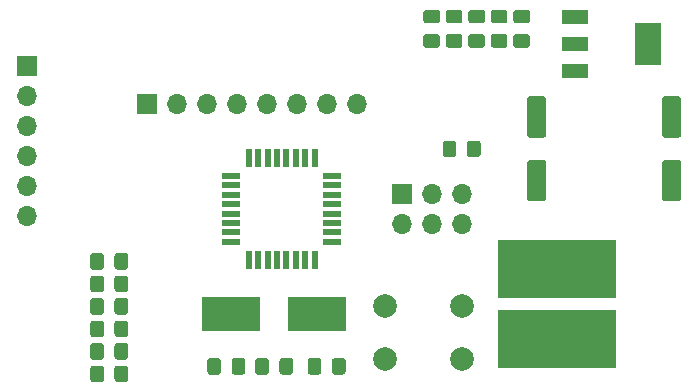
<source format=gbr>
G04 #@! TF.GenerationSoftware,KiCad,Pcbnew,(5.1.5)-3*
G04 #@! TF.CreationDate,2020-05-01T14:03:58+02:00*
G04 #@! TF.ProjectId,Arduino_Uno_R3_From_Scratch,41726475-696e-46f5-9f55-6e6f5f52335f,rev?*
G04 #@! TF.SameCoordinates,Original*
G04 #@! TF.FileFunction,Soldermask,Top*
G04 #@! TF.FilePolarity,Negative*
%FSLAX46Y46*%
G04 Gerber Fmt 4.6, Leading zero omitted, Abs format (unit mm)*
G04 Created by KiCad (PCBNEW (5.1.5)-3) date 2020-05-01 14:03:58*
%MOMM*%
%LPD*%
G04 APERTURE LIST*
%ADD10C,0.100000*%
%ADD11O,1.700000X1.700000*%
%ADD12R,1.700000X1.700000*%
%ADD13R,4.900000X3.000000*%
%ADD14R,0.550000X1.500000*%
%ADD15R,1.500000X0.550000*%
%ADD16C,2.000000*%
%ADD17R,2.200000X3.600000*%
%ADD18R,2.235200X1.219200*%
%ADD19R,10.000000X5.000000*%
G04 APERTURE END LIST*
D10*
G36*
X137119505Y-86296204D02*
G01*
X137143773Y-86299804D01*
X137167572Y-86305765D01*
X137190671Y-86314030D01*
X137212850Y-86324520D01*
X137233893Y-86337132D01*
X137253599Y-86351747D01*
X137271777Y-86368223D01*
X137288253Y-86386401D01*
X137302868Y-86406107D01*
X137315480Y-86427150D01*
X137325970Y-86449329D01*
X137334235Y-86472428D01*
X137340196Y-86496227D01*
X137343796Y-86520495D01*
X137345000Y-86544999D01*
X137345000Y-87445001D01*
X137343796Y-87469505D01*
X137340196Y-87493773D01*
X137334235Y-87517572D01*
X137325970Y-87540671D01*
X137315480Y-87562850D01*
X137302868Y-87583893D01*
X137288253Y-87603599D01*
X137271777Y-87621777D01*
X137253599Y-87638253D01*
X137233893Y-87652868D01*
X137212850Y-87665480D01*
X137190671Y-87675970D01*
X137167572Y-87684235D01*
X137143773Y-87690196D01*
X137119505Y-87693796D01*
X137095001Y-87695000D01*
X136444999Y-87695000D01*
X136420495Y-87693796D01*
X136396227Y-87690196D01*
X136372428Y-87684235D01*
X136349329Y-87675970D01*
X136327150Y-87665480D01*
X136306107Y-87652868D01*
X136286401Y-87638253D01*
X136268223Y-87621777D01*
X136251747Y-87603599D01*
X136237132Y-87583893D01*
X136224520Y-87562850D01*
X136214030Y-87540671D01*
X136205765Y-87517572D01*
X136199804Y-87493773D01*
X136196204Y-87469505D01*
X136195000Y-87445001D01*
X136195000Y-86544999D01*
X136196204Y-86520495D01*
X136199804Y-86496227D01*
X136205765Y-86472428D01*
X136214030Y-86449329D01*
X136224520Y-86427150D01*
X136237132Y-86406107D01*
X136251747Y-86386401D01*
X136268223Y-86368223D01*
X136286401Y-86351747D01*
X136306107Y-86337132D01*
X136327150Y-86324520D01*
X136349329Y-86314030D01*
X136372428Y-86305765D01*
X136396227Y-86299804D01*
X136420495Y-86296204D01*
X136444999Y-86295000D01*
X137095001Y-86295000D01*
X137119505Y-86296204D01*
G37*
G36*
X139169505Y-86296204D02*
G01*
X139193773Y-86299804D01*
X139217572Y-86305765D01*
X139240671Y-86314030D01*
X139262850Y-86324520D01*
X139283893Y-86337132D01*
X139303599Y-86351747D01*
X139321777Y-86368223D01*
X139338253Y-86386401D01*
X139352868Y-86406107D01*
X139365480Y-86427150D01*
X139375970Y-86449329D01*
X139384235Y-86472428D01*
X139390196Y-86496227D01*
X139393796Y-86520495D01*
X139395000Y-86544999D01*
X139395000Y-87445001D01*
X139393796Y-87469505D01*
X139390196Y-87493773D01*
X139384235Y-87517572D01*
X139375970Y-87540671D01*
X139365480Y-87562850D01*
X139352868Y-87583893D01*
X139338253Y-87603599D01*
X139321777Y-87621777D01*
X139303599Y-87638253D01*
X139283893Y-87652868D01*
X139262850Y-87665480D01*
X139240671Y-87675970D01*
X139217572Y-87684235D01*
X139193773Y-87690196D01*
X139169505Y-87693796D01*
X139145001Y-87695000D01*
X138494999Y-87695000D01*
X138470495Y-87693796D01*
X138446227Y-87690196D01*
X138422428Y-87684235D01*
X138399329Y-87675970D01*
X138377150Y-87665480D01*
X138356107Y-87652868D01*
X138336401Y-87638253D01*
X138318223Y-87621777D01*
X138301747Y-87603599D01*
X138287132Y-87583893D01*
X138274520Y-87562850D01*
X138264030Y-87540671D01*
X138255765Y-87517572D01*
X138249804Y-87493773D01*
X138246204Y-87469505D01*
X138245000Y-87445001D01*
X138245000Y-86544999D01*
X138246204Y-86520495D01*
X138249804Y-86496227D01*
X138255765Y-86472428D01*
X138264030Y-86449329D01*
X138274520Y-86427150D01*
X138287132Y-86406107D01*
X138301747Y-86386401D01*
X138318223Y-86368223D01*
X138336401Y-86351747D01*
X138356107Y-86337132D01*
X138377150Y-86324520D01*
X138399329Y-86314030D01*
X138422428Y-86305765D01*
X138446227Y-86299804D01*
X138470495Y-86296204D01*
X138494999Y-86295000D01*
X139145001Y-86295000D01*
X139169505Y-86296204D01*
G37*
G36*
X139169505Y-93916204D02*
G01*
X139193773Y-93919804D01*
X139217572Y-93925765D01*
X139240671Y-93934030D01*
X139262850Y-93944520D01*
X139283893Y-93957132D01*
X139303599Y-93971747D01*
X139321777Y-93988223D01*
X139338253Y-94006401D01*
X139352868Y-94026107D01*
X139365480Y-94047150D01*
X139375970Y-94069329D01*
X139384235Y-94092428D01*
X139390196Y-94116227D01*
X139393796Y-94140495D01*
X139395000Y-94164999D01*
X139395000Y-95065001D01*
X139393796Y-95089505D01*
X139390196Y-95113773D01*
X139384235Y-95137572D01*
X139375970Y-95160671D01*
X139365480Y-95182850D01*
X139352868Y-95203893D01*
X139338253Y-95223599D01*
X139321777Y-95241777D01*
X139303599Y-95258253D01*
X139283893Y-95272868D01*
X139262850Y-95285480D01*
X139240671Y-95295970D01*
X139217572Y-95304235D01*
X139193773Y-95310196D01*
X139169505Y-95313796D01*
X139145001Y-95315000D01*
X138494999Y-95315000D01*
X138470495Y-95313796D01*
X138446227Y-95310196D01*
X138422428Y-95304235D01*
X138399329Y-95295970D01*
X138377150Y-95285480D01*
X138356107Y-95272868D01*
X138336401Y-95258253D01*
X138318223Y-95241777D01*
X138301747Y-95223599D01*
X138287132Y-95203893D01*
X138274520Y-95182850D01*
X138264030Y-95160671D01*
X138255765Y-95137572D01*
X138249804Y-95113773D01*
X138246204Y-95089505D01*
X138245000Y-95065001D01*
X138245000Y-94164999D01*
X138246204Y-94140495D01*
X138249804Y-94116227D01*
X138255765Y-94092428D01*
X138264030Y-94069329D01*
X138274520Y-94047150D01*
X138287132Y-94026107D01*
X138301747Y-94006401D01*
X138318223Y-93988223D01*
X138336401Y-93971747D01*
X138356107Y-93957132D01*
X138377150Y-93944520D01*
X138399329Y-93934030D01*
X138422428Y-93925765D01*
X138446227Y-93919804D01*
X138470495Y-93916204D01*
X138494999Y-93915000D01*
X139145001Y-93915000D01*
X139169505Y-93916204D01*
G37*
G36*
X137119505Y-93916204D02*
G01*
X137143773Y-93919804D01*
X137167572Y-93925765D01*
X137190671Y-93934030D01*
X137212850Y-93944520D01*
X137233893Y-93957132D01*
X137253599Y-93971747D01*
X137271777Y-93988223D01*
X137288253Y-94006401D01*
X137302868Y-94026107D01*
X137315480Y-94047150D01*
X137325970Y-94069329D01*
X137334235Y-94092428D01*
X137340196Y-94116227D01*
X137343796Y-94140495D01*
X137345000Y-94164999D01*
X137345000Y-95065001D01*
X137343796Y-95089505D01*
X137340196Y-95113773D01*
X137334235Y-95137572D01*
X137325970Y-95160671D01*
X137315480Y-95182850D01*
X137302868Y-95203893D01*
X137288253Y-95223599D01*
X137271777Y-95241777D01*
X137253599Y-95258253D01*
X137233893Y-95272868D01*
X137212850Y-95285480D01*
X137190671Y-95295970D01*
X137167572Y-95304235D01*
X137143773Y-95310196D01*
X137119505Y-95313796D01*
X137095001Y-95315000D01*
X136444999Y-95315000D01*
X136420495Y-95313796D01*
X136396227Y-95310196D01*
X136372428Y-95304235D01*
X136349329Y-95295970D01*
X136327150Y-95285480D01*
X136306107Y-95272868D01*
X136286401Y-95258253D01*
X136268223Y-95241777D01*
X136251747Y-95223599D01*
X136237132Y-95203893D01*
X136224520Y-95182850D01*
X136214030Y-95160671D01*
X136205765Y-95137572D01*
X136199804Y-95113773D01*
X136196204Y-95089505D01*
X136195000Y-95065001D01*
X136195000Y-94164999D01*
X136196204Y-94140495D01*
X136199804Y-94116227D01*
X136205765Y-94092428D01*
X136214030Y-94069329D01*
X136224520Y-94047150D01*
X136237132Y-94026107D01*
X136251747Y-94006401D01*
X136268223Y-93988223D01*
X136286401Y-93971747D01*
X136306107Y-93957132D01*
X136327150Y-93944520D01*
X136349329Y-93934030D01*
X136372428Y-93925765D01*
X136396227Y-93919804D01*
X136420495Y-93916204D01*
X136444999Y-93915000D01*
X137095001Y-93915000D01*
X137119505Y-93916204D01*
G37*
G36*
X139169505Y-90106204D02*
G01*
X139193773Y-90109804D01*
X139217572Y-90115765D01*
X139240671Y-90124030D01*
X139262850Y-90134520D01*
X139283893Y-90147132D01*
X139303599Y-90161747D01*
X139321777Y-90178223D01*
X139338253Y-90196401D01*
X139352868Y-90216107D01*
X139365480Y-90237150D01*
X139375970Y-90259329D01*
X139384235Y-90282428D01*
X139390196Y-90306227D01*
X139393796Y-90330495D01*
X139395000Y-90354999D01*
X139395000Y-91255001D01*
X139393796Y-91279505D01*
X139390196Y-91303773D01*
X139384235Y-91327572D01*
X139375970Y-91350671D01*
X139365480Y-91372850D01*
X139352868Y-91393893D01*
X139338253Y-91413599D01*
X139321777Y-91431777D01*
X139303599Y-91448253D01*
X139283893Y-91462868D01*
X139262850Y-91475480D01*
X139240671Y-91485970D01*
X139217572Y-91494235D01*
X139193773Y-91500196D01*
X139169505Y-91503796D01*
X139145001Y-91505000D01*
X138494999Y-91505000D01*
X138470495Y-91503796D01*
X138446227Y-91500196D01*
X138422428Y-91494235D01*
X138399329Y-91485970D01*
X138377150Y-91475480D01*
X138356107Y-91462868D01*
X138336401Y-91448253D01*
X138318223Y-91431777D01*
X138301747Y-91413599D01*
X138287132Y-91393893D01*
X138274520Y-91372850D01*
X138264030Y-91350671D01*
X138255765Y-91327572D01*
X138249804Y-91303773D01*
X138246204Y-91279505D01*
X138245000Y-91255001D01*
X138245000Y-90354999D01*
X138246204Y-90330495D01*
X138249804Y-90306227D01*
X138255765Y-90282428D01*
X138264030Y-90259329D01*
X138274520Y-90237150D01*
X138287132Y-90216107D01*
X138301747Y-90196401D01*
X138318223Y-90178223D01*
X138336401Y-90161747D01*
X138356107Y-90147132D01*
X138377150Y-90134520D01*
X138399329Y-90124030D01*
X138422428Y-90115765D01*
X138446227Y-90109804D01*
X138470495Y-90106204D01*
X138494999Y-90105000D01*
X139145001Y-90105000D01*
X139169505Y-90106204D01*
G37*
G36*
X137119505Y-90106204D02*
G01*
X137143773Y-90109804D01*
X137167572Y-90115765D01*
X137190671Y-90124030D01*
X137212850Y-90134520D01*
X137233893Y-90147132D01*
X137253599Y-90161747D01*
X137271777Y-90178223D01*
X137288253Y-90196401D01*
X137302868Y-90216107D01*
X137315480Y-90237150D01*
X137325970Y-90259329D01*
X137334235Y-90282428D01*
X137340196Y-90306227D01*
X137343796Y-90330495D01*
X137345000Y-90354999D01*
X137345000Y-91255001D01*
X137343796Y-91279505D01*
X137340196Y-91303773D01*
X137334235Y-91327572D01*
X137325970Y-91350671D01*
X137315480Y-91372850D01*
X137302868Y-91393893D01*
X137288253Y-91413599D01*
X137271777Y-91431777D01*
X137253599Y-91448253D01*
X137233893Y-91462868D01*
X137212850Y-91475480D01*
X137190671Y-91485970D01*
X137167572Y-91494235D01*
X137143773Y-91500196D01*
X137119505Y-91503796D01*
X137095001Y-91505000D01*
X136444999Y-91505000D01*
X136420495Y-91503796D01*
X136396227Y-91500196D01*
X136372428Y-91494235D01*
X136349329Y-91485970D01*
X136327150Y-91475480D01*
X136306107Y-91462868D01*
X136286401Y-91448253D01*
X136268223Y-91431777D01*
X136251747Y-91413599D01*
X136237132Y-91393893D01*
X136224520Y-91372850D01*
X136214030Y-91350671D01*
X136205765Y-91327572D01*
X136199804Y-91303773D01*
X136196204Y-91279505D01*
X136195000Y-91255001D01*
X136195000Y-90354999D01*
X136196204Y-90330495D01*
X136199804Y-90306227D01*
X136205765Y-90282428D01*
X136214030Y-90259329D01*
X136224520Y-90237150D01*
X136237132Y-90216107D01*
X136251747Y-90196401D01*
X136268223Y-90178223D01*
X136286401Y-90161747D01*
X136306107Y-90147132D01*
X136327150Y-90134520D01*
X136349329Y-90124030D01*
X136372428Y-90115765D01*
X136396227Y-90109804D01*
X136420495Y-90106204D01*
X136444999Y-90105000D01*
X137095001Y-90105000D01*
X137119505Y-90106204D01*
G37*
D11*
X158750000Y-73660000D03*
X156210000Y-73660000D03*
X153670000Y-73660000D03*
X151130000Y-73660000D03*
X148590000Y-73660000D03*
X146050000Y-73660000D03*
X143510000Y-73660000D03*
D12*
X140970000Y-73660000D03*
D11*
X130810000Y-83185000D03*
X130810000Y-80645000D03*
X130810000Y-78105000D03*
X130810000Y-75565000D03*
X130810000Y-73025000D03*
D12*
X130810000Y-70485000D03*
D10*
G36*
X137119505Y-95821204D02*
G01*
X137143773Y-95824804D01*
X137167572Y-95830765D01*
X137190671Y-95839030D01*
X137212850Y-95849520D01*
X137233893Y-95862132D01*
X137253599Y-95876747D01*
X137271777Y-95893223D01*
X137288253Y-95911401D01*
X137302868Y-95931107D01*
X137315480Y-95952150D01*
X137325970Y-95974329D01*
X137334235Y-95997428D01*
X137340196Y-96021227D01*
X137343796Y-96045495D01*
X137345000Y-96069999D01*
X137345000Y-96970001D01*
X137343796Y-96994505D01*
X137340196Y-97018773D01*
X137334235Y-97042572D01*
X137325970Y-97065671D01*
X137315480Y-97087850D01*
X137302868Y-97108893D01*
X137288253Y-97128599D01*
X137271777Y-97146777D01*
X137253599Y-97163253D01*
X137233893Y-97177868D01*
X137212850Y-97190480D01*
X137190671Y-97200970D01*
X137167572Y-97209235D01*
X137143773Y-97215196D01*
X137119505Y-97218796D01*
X137095001Y-97220000D01*
X136444999Y-97220000D01*
X136420495Y-97218796D01*
X136396227Y-97215196D01*
X136372428Y-97209235D01*
X136349329Y-97200970D01*
X136327150Y-97190480D01*
X136306107Y-97177868D01*
X136286401Y-97163253D01*
X136268223Y-97146777D01*
X136251747Y-97128599D01*
X136237132Y-97108893D01*
X136224520Y-97087850D01*
X136214030Y-97065671D01*
X136205765Y-97042572D01*
X136199804Y-97018773D01*
X136196204Y-96994505D01*
X136195000Y-96970001D01*
X136195000Y-96069999D01*
X136196204Y-96045495D01*
X136199804Y-96021227D01*
X136205765Y-95997428D01*
X136214030Y-95974329D01*
X136224520Y-95952150D01*
X136237132Y-95931107D01*
X136251747Y-95911401D01*
X136268223Y-95893223D01*
X136286401Y-95876747D01*
X136306107Y-95862132D01*
X136327150Y-95849520D01*
X136349329Y-95839030D01*
X136372428Y-95830765D01*
X136396227Y-95824804D01*
X136420495Y-95821204D01*
X136444999Y-95820000D01*
X137095001Y-95820000D01*
X137119505Y-95821204D01*
G37*
G36*
X139169505Y-95821204D02*
G01*
X139193773Y-95824804D01*
X139217572Y-95830765D01*
X139240671Y-95839030D01*
X139262850Y-95849520D01*
X139283893Y-95862132D01*
X139303599Y-95876747D01*
X139321777Y-95893223D01*
X139338253Y-95911401D01*
X139352868Y-95931107D01*
X139365480Y-95952150D01*
X139375970Y-95974329D01*
X139384235Y-95997428D01*
X139390196Y-96021227D01*
X139393796Y-96045495D01*
X139395000Y-96069999D01*
X139395000Y-96970001D01*
X139393796Y-96994505D01*
X139390196Y-97018773D01*
X139384235Y-97042572D01*
X139375970Y-97065671D01*
X139365480Y-97087850D01*
X139352868Y-97108893D01*
X139338253Y-97128599D01*
X139321777Y-97146777D01*
X139303599Y-97163253D01*
X139283893Y-97177868D01*
X139262850Y-97190480D01*
X139240671Y-97200970D01*
X139217572Y-97209235D01*
X139193773Y-97215196D01*
X139169505Y-97218796D01*
X139145001Y-97220000D01*
X138494999Y-97220000D01*
X138470495Y-97218796D01*
X138446227Y-97215196D01*
X138422428Y-97209235D01*
X138399329Y-97200970D01*
X138377150Y-97190480D01*
X138356107Y-97177868D01*
X138336401Y-97163253D01*
X138318223Y-97146777D01*
X138301747Y-97128599D01*
X138287132Y-97108893D01*
X138274520Y-97087850D01*
X138264030Y-97065671D01*
X138255765Y-97042572D01*
X138249804Y-97018773D01*
X138246204Y-96994505D01*
X138245000Y-96970001D01*
X138245000Y-96069999D01*
X138246204Y-96045495D01*
X138249804Y-96021227D01*
X138255765Y-95997428D01*
X138264030Y-95974329D01*
X138274520Y-95952150D01*
X138287132Y-95931107D01*
X138301747Y-95911401D01*
X138318223Y-95893223D01*
X138336401Y-95876747D01*
X138356107Y-95862132D01*
X138377150Y-95849520D01*
X138399329Y-95839030D01*
X138422428Y-95830765D01*
X138446227Y-95824804D01*
X138470495Y-95821204D01*
X138494999Y-95820000D01*
X139145001Y-95820000D01*
X139169505Y-95821204D01*
G37*
G36*
X137119505Y-88201204D02*
G01*
X137143773Y-88204804D01*
X137167572Y-88210765D01*
X137190671Y-88219030D01*
X137212850Y-88229520D01*
X137233893Y-88242132D01*
X137253599Y-88256747D01*
X137271777Y-88273223D01*
X137288253Y-88291401D01*
X137302868Y-88311107D01*
X137315480Y-88332150D01*
X137325970Y-88354329D01*
X137334235Y-88377428D01*
X137340196Y-88401227D01*
X137343796Y-88425495D01*
X137345000Y-88449999D01*
X137345000Y-89350001D01*
X137343796Y-89374505D01*
X137340196Y-89398773D01*
X137334235Y-89422572D01*
X137325970Y-89445671D01*
X137315480Y-89467850D01*
X137302868Y-89488893D01*
X137288253Y-89508599D01*
X137271777Y-89526777D01*
X137253599Y-89543253D01*
X137233893Y-89557868D01*
X137212850Y-89570480D01*
X137190671Y-89580970D01*
X137167572Y-89589235D01*
X137143773Y-89595196D01*
X137119505Y-89598796D01*
X137095001Y-89600000D01*
X136444999Y-89600000D01*
X136420495Y-89598796D01*
X136396227Y-89595196D01*
X136372428Y-89589235D01*
X136349329Y-89580970D01*
X136327150Y-89570480D01*
X136306107Y-89557868D01*
X136286401Y-89543253D01*
X136268223Y-89526777D01*
X136251747Y-89508599D01*
X136237132Y-89488893D01*
X136224520Y-89467850D01*
X136214030Y-89445671D01*
X136205765Y-89422572D01*
X136199804Y-89398773D01*
X136196204Y-89374505D01*
X136195000Y-89350001D01*
X136195000Y-88449999D01*
X136196204Y-88425495D01*
X136199804Y-88401227D01*
X136205765Y-88377428D01*
X136214030Y-88354329D01*
X136224520Y-88332150D01*
X136237132Y-88311107D01*
X136251747Y-88291401D01*
X136268223Y-88273223D01*
X136286401Y-88256747D01*
X136306107Y-88242132D01*
X136327150Y-88229520D01*
X136349329Y-88219030D01*
X136372428Y-88210765D01*
X136396227Y-88204804D01*
X136420495Y-88201204D01*
X136444999Y-88200000D01*
X137095001Y-88200000D01*
X137119505Y-88201204D01*
G37*
G36*
X139169505Y-88201204D02*
G01*
X139193773Y-88204804D01*
X139217572Y-88210765D01*
X139240671Y-88219030D01*
X139262850Y-88229520D01*
X139283893Y-88242132D01*
X139303599Y-88256747D01*
X139321777Y-88273223D01*
X139338253Y-88291401D01*
X139352868Y-88311107D01*
X139365480Y-88332150D01*
X139375970Y-88354329D01*
X139384235Y-88377428D01*
X139390196Y-88401227D01*
X139393796Y-88425495D01*
X139395000Y-88449999D01*
X139395000Y-89350001D01*
X139393796Y-89374505D01*
X139390196Y-89398773D01*
X139384235Y-89422572D01*
X139375970Y-89445671D01*
X139365480Y-89467850D01*
X139352868Y-89488893D01*
X139338253Y-89508599D01*
X139321777Y-89526777D01*
X139303599Y-89543253D01*
X139283893Y-89557868D01*
X139262850Y-89570480D01*
X139240671Y-89580970D01*
X139217572Y-89589235D01*
X139193773Y-89595196D01*
X139169505Y-89598796D01*
X139145001Y-89600000D01*
X138494999Y-89600000D01*
X138470495Y-89598796D01*
X138446227Y-89595196D01*
X138422428Y-89589235D01*
X138399329Y-89580970D01*
X138377150Y-89570480D01*
X138356107Y-89557868D01*
X138336401Y-89543253D01*
X138318223Y-89526777D01*
X138301747Y-89508599D01*
X138287132Y-89488893D01*
X138274520Y-89467850D01*
X138264030Y-89445671D01*
X138255765Y-89422572D01*
X138249804Y-89398773D01*
X138246204Y-89374505D01*
X138245000Y-89350001D01*
X138245000Y-88449999D01*
X138246204Y-88425495D01*
X138249804Y-88401227D01*
X138255765Y-88377428D01*
X138264030Y-88354329D01*
X138274520Y-88332150D01*
X138287132Y-88311107D01*
X138301747Y-88291401D01*
X138318223Y-88273223D01*
X138336401Y-88256747D01*
X138356107Y-88242132D01*
X138377150Y-88229520D01*
X138399329Y-88219030D01*
X138422428Y-88210765D01*
X138446227Y-88204804D01*
X138470495Y-88201204D01*
X138494999Y-88200000D01*
X139145001Y-88200000D01*
X139169505Y-88201204D01*
G37*
G36*
X137119505Y-92011204D02*
G01*
X137143773Y-92014804D01*
X137167572Y-92020765D01*
X137190671Y-92029030D01*
X137212850Y-92039520D01*
X137233893Y-92052132D01*
X137253599Y-92066747D01*
X137271777Y-92083223D01*
X137288253Y-92101401D01*
X137302868Y-92121107D01*
X137315480Y-92142150D01*
X137325970Y-92164329D01*
X137334235Y-92187428D01*
X137340196Y-92211227D01*
X137343796Y-92235495D01*
X137345000Y-92259999D01*
X137345000Y-93160001D01*
X137343796Y-93184505D01*
X137340196Y-93208773D01*
X137334235Y-93232572D01*
X137325970Y-93255671D01*
X137315480Y-93277850D01*
X137302868Y-93298893D01*
X137288253Y-93318599D01*
X137271777Y-93336777D01*
X137253599Y-93353253D01*
X137233893Y-93367868D01*
X137212850Y-93380480D01*
X137190671Y-93390970D01*
X137167572Y-93399235D01*
X137143773Y-93405196D01*
X137119505Y-93408796D01*
X137095001Y-93410000D01*
X136444999Y-93410000D01*
X136420495Y-93408796D01*
X136396227Y-93405196D01*
X136372428Y-93399235D01*
X136349329Y-93390970D01*
X136327150Y-93380480D01*
X136306107Y-93367868D01*
X136286401Y-93353253D01*
X136268223Y-93336777D01*
X136251747Y-93318599D01*
X136237132Y-93298893D01*
X136224520Y-93277850D01*
X136214030Y-93255671D01*
X136205765Y-93232572D01*
X136199804Y-93208773D01*
X136196204Y-93184505D01*
X136195000Y-93160001D01*
X136195000Y-92259999D01*
X136196204Y-92235495D01*
X136199804Y-92211227D01*
X136205765Y-92187428D01*
X136214030Y-92164329D01*
X136224520Y-92142150D01*
X136237132Y-92121107D01*
X136251747Y-92101401D01*
X136268223Y-92083223D01*
X136286401Y-92066747D01*
X136306107Y-92052132D01*
X136327150Y-92039520D01*
X136349329Y-92029030D01*
X136372428Y-92020765D01*
X136396227Y-92014804D01*
X136420495Y-92011204D01*
X136444999Y-92010000D01*
X137095001Y-92010000D01*
X137119505Y-92011204D01*
G37*
G36*
X139169505Y-92011204D02*
G01*
X139193773Y-92014804D01*
X139217572Y-92020765D01*
X139240671Y-92029030D01*
X139262850Y-92039520D01*
X139283893Y-92052132D01*
X139303599Y-92066747D01*
X139321777Y-92083223D01*
X139338253Y-92101401D01*
X139352868Y-92121107D01*
X139365480Y-92142150D01*
X139375970Y-92164329D01*
X139384235Y-92187428D01*
X139390196Y-92211227D01*
X139393796Y-92235495D01*
X139395000Y-92259999D01*
X139395000Y-93160001D01*
X139393796Y-93184505D01*
X139390196Y-93208773D01*
X139384235Y-93232572D01*
X139375970Y-93255671D01*
X139365480Y-93277850D01*
X139352868Y-93298893D01*
X139338253Y-93318599D01*
X139321777Y-93336777D01*
X139303599Y-93353253D01*
X139283893Y-93367868D01*
X139262850Y-93380480D01*
X139240671Y-93390970D01*
X139217572Y-93399235D01*
X139193773Y-93405196D01*
X139169505Y-93408796D01*
X139145001Y-93410000D01*
X138494999Y-93410000D01*
X138470495Y-93408796D01*
X138446227Y-93405196D01*
X138422428Y-93399235D01*
X138399329Y-93390970D01*
X138377150Y-93380480D01*
X138356107Y-93367868D01*
X138336401Y-93353253D01*
X138318223Y-93336777D01*
X138301747Y-93318599D01*
X138287132Y-93298893D01*
X138274520Y-93277850D01*
X138264030Y-93255671D01*
X138255765Y-93232572D01*
X138249804Y-93208773D01*
X138246204Y-93184505D01*
X138245000Y-93160001D01*
X138245000Y-92259999D01*
X138246204Y-92235495D01*
X138249804Y-92211227D01*
X138255765Y-92187428D01*
X138264030Y-92164329D01*
X138274520Y-92142150D01*
X138287132Y-92121107D01*
X138301747Y-92101401D01*
X138318223Y-92083223D01*
X138336401Y-92066747D01*
X138356107Y-92052132D01*
X138377150Y-92039520D01*
X138399329Y-92029030D01*
X138422428Y-92020765D01*
X138446227Y-92014804D01*
X138470495Y-92011204D01*
X138494999Y-92010000D01*
X139145001Y-92010000D01*
X139169505Y-92011204D01*
G37*
D13*
X148115000Y-91440000D03*
X155415000Y-91440000D03*
D10*
G36*
X151089505Y-95186204D02*
G01*
X151113773Y-95189804D01*
X151137572Y-95195765D01*
X151160671Y-95204030D01*
X151182850Y-95214520D01*
X151203893Y-95227132D01*
X151223599Y-95241747D01*
X151241777Y-95258223D01*
X151258253Y-95276401D01*
X151272868Y-95296107D01*
X151285480Y-95317150D01*
X151295970Y-95339329D01*
X151304235Y-95362428D01*
X151310196Y-95386227D01*
X151313796Y-95410495D01*
X151315000Y-95434999D01*
X151315000Y-96335001D01*
X151313796Y-96359505D01*
X151310196Y-96383773D01*
X151304235Y-96407572D01*
X151295970Y-96430671D01*
X151285480Y-96452850D01*
X151272868Y-96473893D01*
X151258253Y-96493599D01*
X151241777Y-96511777D01*
X151223599Y-96528253D01*
X151203893Y-96542868D01*
X151182850Y-96555480D01*
X151160671Y-96565970D01*
X151137572Y-96574235D01*
X151113773Y-96580196D01*
X151089505Y-96583796D01*
X151065001Y-96585000D01*
X150414999Y-96585000D01*
X150390495Y-96583796D01*
X150366227Y-96580196D01*
X150342428Y-96574235D01*
X150319329Y-96565970D01*
X150297150Y-96555480D01*
X150276107Y-96542868D01*
X150256401Y-96528253D01*
X150238223Y-96511777D01*
X150221747Y-96493599D01*
X150207132Y-96473893D01*
X150194520Y-96452850D01*
X150184030Y-96430671D01*
X150175765Y-96407572D01*
X150169804Y-96383773D01*
X150166204Y-96359505D01*
X150165000Y-96335001D01*
X150165000Y-95434999D01*
X150166204Y-95410495D01*
X150169804Y-95386227D01*
X150175765Y-95362428D01*
X150184030Y-95339329D01*
X150194520Y-95317150D01*
X150207132Y-95296107D01*
X150221747Y-95276401D01*
X150238223Y-95258223D01*
X150256401Y-95241747D01*
X150276107Y-95227132D01*
X150297150Y-95214520D01*
X150319329Y-95204030D01*
X150342428Y-95195765D01*
X150366227Y-95189804D01*
X150390495Y-95186204D01*
X150414999Y-95185000D01*
X151065001Y-95185000D01*
X151089505Y-95186204D01*
G37*
G36*
X153139505Y-95186204D02*
G01*
X153163773Y-95189804D01*
X153187572Y-95195765D01*
X153210671Y-95204030D01*
X153232850Y-95214520D01*
X153253893Y-95227132D01*
X153273599Y-95241747D01*
X153291777Y-95258223D01*
X153308253Y-95276401D01*
X153322868Y-95296107D01*
X153335480Y-95317150D01*
X153345970Y-95339329D01*
X153354235Y-95362428D01*
X153360196Y-95386227D01*
X153363796Y-95410495D01*
X153365000Y-95434999D01*
X153365000Y-96335001D01*
X153363796Y-96359505D01*
X153360196Y-96383773D01*
X153354235Y-96407572D01*
X153345970Y-96430671D01*
X153335480Y-96452850D01*
X153322868Y-96473893D01*
X153308253Y-96493599D01*
X153291777Y-96511777D01*
X153273599Y-96528253D01*
X153253893Y-96542868D01*
X153232850Y-96555480D01*
X153210671Y-96565970D01*
X153187572Y-96574235D01*
X153163773Y-96580196D01*
X153139505Y-96583796D01*
X153115001Y-96585000D01*
X152464999Y-96585000D01*
X152440495Y-96583796D01*
X152416227Y-96580196D01*
X152392428Y-96574235D01*
X152369329Y-96565970D01*
X152347150Y-96555480D01*
X152326107Y-96542868D01*
X152306401Y-96528253D01*
X152288223Y-96511777D01*
X152271747Y-96493599D01*
X152257132Y-96473893D01*
X152244520Y-96452850D01*
X152234030Y-96430671D01*
X152225765Y-96407572D01*
X152219804Y-96383773D01*
X152216204Y-96359505D01*
X152215000Y-96335001D01*
X152215000Y-95434999D01*
X152216204Y-95410495D01*
X152219804Y-95386227D01*
X152225765Y-95362428D01*
X152234030Y-95339329D01*
X152244520Y-95317150D01*
X152257132Y-95296107D01*
X152271747Y-95276401D01*
X152288223Y-95258223D01*
X152306401Y-95241747D01*
X152326107Y-95227132D01*
X152347150Y-95214520D01*
X152369329Y-95204030D01*
X152392428Y-95195765D01*
X152416227Y-95189804D01*
X152440495Y-95186204D01*
X152464999Y-95185000D01*
X153115001Y-95185000D01*
X153139505Y-95186204D01*
G37*
G36*
X147034505Y-95186204D02*
G01*
X147058773Y-95189804D01*
X147082572Y-95195765D01*
X147105671Y-95204030D01*
X147127850Y-95214520D01*
X147148893Y-95227132D01*
X147168599Y-95241747D01*
X147186777Y-95258223D01*
X147203253Y-95276401D01*
X147217868Y-95296107D01*
X147230480Y-95317150D01*
X147240970Y-95339329D01*
X147249235Y-95362428D01*
X147255196Y-95386227D01*
X147258796Y-95410495D01*
X147260000Y-95434999D01*
X147260000Y-96335001D01*
X147258796Y-96359505D01*
X147255196Y-96383773D01*
X147249235Y-96407572D01*
X147240970Y-96430671D01*
X147230480Y-96452850D01*
X147217868Y-96473893D01*
X147203253Y-96493599D01*
X147186777Y-96511777D01*
X147168599Y-96528253D01*
X147148893Y-96542868D01*
X147127850Y-96555480D01*
X147105671Y-96565970D01*
X147082572Y-96574235D01*
X147058773Y-96580196D01*
X147034505Y-96583796D01*
X147010001Y-96585000D01*
X146359999Y-96585000D01*
X146335495Y-96583796D01*
X146311227Y-96580196D01*
X146287428Y-96574235D01*
X146264329Y-96565970D01*
X146242150Y-96555480D01*
X146221107Y-96542868D01*
X146201401Y-96528253D01*
X146183223Y-96511777D01*
X146166747Y-96493599D01*
X146152132Y-96473893D01*
X146139520Y-96452850D01*
X146129030Y-96430671D01*
X146120765Y-96407572D01*
X146114804Y-96383773D01*
X146111204Y-96359505D01*
X146110000Y-96335001D01*
X146110000Y-95434999D01*
X146111204Y-95410495D01*
X146114804Y-95386227D01*
X146120765Y-95362428D01*
X146129030Y-95339329D01*
X146139520Y-95317150D01*
X146152132Y-95296107D01*
X146166747Y-95276401D01*
X146183223Y-95258223D01*
X146201401Y-95241747D01*
X146221107Y-95227132D01*
X146242150Y-95214520D01*
X146264329Y-95204030D01*
X146287428Y-95195765D01*
X146311227Y-95189804D01*
X146335495Y-95186204D01*
X146359999Y-95185000D01*
X147010001Y-95185000D01*
X147034505Y-95186204D01*
G37*
G36*
X149084505Y-95186204D02*
G01*
X149108773Y-95189804D01*
X149132572Y-95195765D01*
X149155671Y-95204030D01*
X149177850Y-95214520D01*
X149198893Y-95227132D01*
X149218599Y-95241747D01*
X149236777Y-95258223D01*
X149253253Y-95276401D01*
X149267868Y-95296107D01*
X149280480Y-95317150D01*
X149290970Y-95339329D01*
X149299235Y-95362428D01*
X149305196Y-95386227D01*
X149308796Y-95410495D01*
X149310000Y-95434999D01*
X149310000Y-96335001D01*
X149308796Y-96359505D01*
X149305196Y-96383773D01*
X149299235Y-96407572D01*
X149290970Y-96430671D01*
X149280480Y-96452850D01*
X149267868Y-96473893D01*
X149253253Y-96493599D01*
X149236777Y-96511777D01*
X149218599Y-96528253D01*
X149198893Y-96542868D01*
X149177850Y-96555480D01*
X149155671Y-96565970D01*
X149132572Y-96574235D01*
X149108773Y-96580196D01*
X149084505Y-96583796D01*
X149060001Y-96585000D01*
X148409999Y-96585000D01*
X148385495Y-96583796D01*
X148361227Y-96580196D01*
X148337428Y-96574235D01*
X148314329Y-96565970D01*
X148292150Y-96555480D01*
X148271107Y-96542868D01*
X148251401Y-96528253D01*
X148233223Y-96511777D01*
X148216747Y-96493599D01*
X148202132Y-96473893D01*
X148189520Y-96452850D01*
X148179030Y-96430671D01*
X148170765Y-96407572D01*
X148164804Y-96383773D01*
X148161204Y-96359505D01*
X148160000Y-96335001D01*
X148160000Y-95434999D01*
X148161204Y-95410495D01*
X148164804Y-95386227D01*
X148170765Y-95362428D01*
X148179030Y-95339329D01*
X148189520Y-95317150D01*
X148202132Y-95296107D01*
X148216747Y-95276401D01*
X148233223Y-95258223D01*
X148251401Y-95241747D01*
X148271107Y-95227132D01*
X148292150Y-95214520D01*
X148314329Y-95204030D01*
X148337428Y-95195765D01*
X148361227Y-95189804D01*
X148385495Y-95186204D01*
X148409999Y-95185000D01*
X149060001Y-95185000D01*
X149084505Y-95186204D01*
G37*
G36*
X157584505Y-95186204D02*
G01*
X157608773Y-95189804D01*
X157632572Y-95195765D01*
X157655671Y-95204030D01*
X157677850Y-95214520D01*
X157698893Y-95227132D01*
X157718599Y-95241747D01*
X157736777Y-95258223D01*
X157753253Y-95276401D01*
X157767868Y-95296107D01*
X157780480Y-95317150D01*
X157790970Y-95339329D01*
X157799235Y-95362428D01*
X157805196Y-95386227D01*
X157808796Y-95410495D01*
X157810000Y-95434999D01*
X157810000Y-96335001D01*
X157808796Y-96359505D01*
X157805196Y-96383773D01*
X157799235Y-96407572D01*
X157790970Y-96430671D01*
X157780480Y-96452850D01*
X157767868Y-96473893D01*
X157753253Y-96493599D01*
X157736777Y-96511777D01*
X157718599Y-96528253D01*
X157698893Y-96542868D01*
X157677850Y-96555480D01*
X157655671Y-96565970D01*
X157632572Y-96574235D01*
X157608773Y-96580196D01*
X157584505Y-96583796D01*
X157560001Y-96585000D01*
X156909999Y-96585000D01*
X156885495Y-96583796D01*
X156861227Y-96580196D01*
X156837428Y-96574235D01*
X156814329Y-96565970D01*
X156792150Y-96555480D01*
X156771107Y-96542868D01*
X156751401Y-96528253D01*
X156733223Y-96511777D01*
X156716747Y-96493599D01*
X156702132Y-96473893D01*
X156689520Y-96452850D01*
X156679030Y-96430671D01*
X156670765Y-96407572D01*
X156664804Y-96383773D01*
X156661204Y-96359505D01*
X156660000Y-96335001D01*
X156660000Y-95434999D01*
X156661204Y-95410495D01*
X156664804Y-95386227D01*
X156670765Y-95362428D01*
X156679030Y-95339329D01*
X156689520Y-95317150D01*
X156702132Y-95296107D01*
X156716747Y-95276401D01*
X156733223Y-95258223D01*
X156751401Y-95241747D01*
X156771107Y-95227132D01*
X156792150Y-95214520D01*
X156814329Y-95204030D01*
X156837428Y-95195765D01*
X156861227Y-95189804D01*
X156885495Y-95186204D01*
X156909999Y-95185000D01*
X157560001Y-95185000D01*
X157584505Y-95186204D01*
G37*
G36*
X155534505Y-95186204D02*
G01*
X155558773Y-95189804D01*
X155582572Y-95195765D01*
X155605671Y-95204030D01*
X155627850Y-95214520D01*
X155648893Y-95227132D01*
X155668599Y-95241747D01*
X155686777Y-95258223D01*
X155703253Y-95276401D01*
X155717868Y-95296107D01*
X155730480Y-95317150D01*
X155740970Y-95339329D01*
X155749235Y-95362428D01*
X155755196Y-95386227D01*
X155758796Y-95410495D01*
X155760000Y-95434999D01*
X155760000Y-96335001D01*
X155758796Y-96359505D01*
X155755196Y-96383773D01*
X155749235Y-96407572D01*
X155740970Y-96430671D01*
X155730480Y-96452850D01*
X155717868Y-96473893D01*
X155703253Y-96493599D01*
X155686777Y-96511777D01*
X155668599Y-96528253D01*
X155648893Y-96542868D01*
X155627850Y-96555480D01*
X155605671Y-96565970D01*
X155582572Y-96574235D01*
X155558773Y-96580196D01*
X155534505Y-96583796D01*
X155510001Y-96585000D01*
X154859999Y-96585000D01*
X154835495Y-96583796D01*
X154811227Y-96580196D01*
X154787428Y-96574235D01*
X154764329Y-96565970D01*
X154742150Y-96555480D01*
X154721107Y-96542868D01*
X154701401Y-96528253D01*
X154683223Y-96511777D01*
X154666747Y-96493599D01*
X154652132Y-96473893D01*
X154639520Y-96452850D01*
X154629030Y-96430671D01*
X154620765Y-96407572D01*
X154614804Y-96383773D01*
X154611204Y-96359505D01*
X154610000Y-96335001D01*
X154610000Y-95434999D01*
X154611204Y-95410495D01*
X154614804Y-95386227D01*
X154620765Y-95362428D01*
X154629030Y-95339329D01*
X154639520Y-95317150D01*
X154652132Y-95296107D01*
X154666747Y-95276401D01*
X154683223Y-95258223D01*
X154701401Y-95241747D01*
X154721107Y-95227132D01*
X154742150Y-95214520D01*
X154764329Y-95204030D01*
X154787428Y-95195765D01*
X154811227Y-95189804D01*
X154835495Y-95186204D01*
X154859999Y-95185000D01*
X155510001Y-95185000D01*
X155534505Y-95186204D01*
G37*
D14*
X149600000Y-78250000D03*
X150400000Y-78250000D03*
X151200000Y-78250000D03*
X152000000Y-78250000D03*
X152800000Y-78250000D03*
X153600000Y-78250000D03*
X154400000Y-78250000D03*
X155200000Y-78250000D03*
D15*
X156700000Y-79750000D03*
X156700000Y-80550000D03*
X156700000Y-81350000D03*
X156700000Y-82150000D03*
X156700000Y-82950000D03*
X156700000Y-83750000D03*
X156700000Y-84550000D03*
X156700000Y-85350000D03*
D14*
X155200000Y-86850000D03*
X154400000Y-86850000D03*
X153600000Y-86850000D03*
X152800000Y-86850000D03*
X152000000Y-86850000D03*
X151200000Y-86850000D03*
X150400000Y-86850000D03*
X149600000Y-86850000D03*
D15*
X148100000Y-85350000D03*
X148100000Y-84550000D03*
X148100000Y-83750000D03*
X148100000Y-82950000D03*
X148100000Y-82150000D03*
X148100000Y-81350000D03*
X148100000Y-80550000D03*
X148100000Y-79750000D03*
D16*
X161140000Y-95250000D03*
X161140000Y-90750000D03*
X167640000Y-95250000D03*
X167640000Y-90750000D03*
D10*
G36*
X165574505Y-67761204D02*
G01*
X165598773Y-67764804D01*
X165622572Y-67770765D01*
X165645671Y-67779030D01*
X165667850Y-67789520D01*
X165688893Y-67802132D01*
X165708599Y-67816747D01*
X165726777Y-67833223D01*
X165743253Y-67851401D01*
X165757868Y-67871107D01*
X165770480Y-67892150D01*
X165780970Y-67914329D01*
X165789235Y-67937428D01*
X165795196Y-67961227D01*
X165798796Y-67985495D01*
X165800000Y-68009999D01*
X165800000Y-68660001D01*
X165798796Y-68684505D01*
X165795196Y-68708773D01*
X165789235Y-68732572D01*
X165780970Y-68755671D01*
X165770480Y-68777850D01*
X165757868Y-68798893D01*
X165743253Y-68818599D01*
X165726777Y-68836777D01*
X165708599Y-68853253D01*
X165688893Y-68867868D01*
X165667850Y-68880480D01*
X165645671Y-68890970D01*
X165622572Y-68899235D01*
X165598773Y-68905196D01*
X165574505Y-68908796D01*
X165550001Y-68910000D01*
X164649999Y-68910000D01*
X164625495Y-68908796D01*
X164601227Y-68905196D01*
X164577428Y-68899235D01*
X164554329Y-68890970D01*
X164532150Y-68880480D01*
X164511107Y-68867868D01*
X164491401Y-68853253D01*
X164473223Y-68836777D01*
X164456747Y-68818599D01*
X164442132Y-68798893D01*
X164429520Y-68777850D01*
X164419030Y-68755671D01*
X164410765Y-68732572D01*
X164404804Y-68708773D01*
X164401204Y-68684505D01*
X164400000Y-68660001D01*
X164400000Y-68009999D01*
X164401204Y-67985495D01*
X164404804Y-67961227D01*
X164410765Y-67937428D01*
X164419030Y-67914329D01*
X164429520Y-67892150D01*
X164442132Y-67871107D01*
X164456747Y-67851401D01*
X164473223Y-67833223D01*
X164491401Y-67816747D01*
X164511107Y-67802132D01*
X164532150Y-67789520D01*
X164554329Y-67779030D01*
X164577428Y-67770765D01*
X164601227Y-67764804D01*
X164625495Y-67761204D01*
X164649999Y-67760000D01*
X165550001Y-67760000D01*
X165574505Y-67761204D01*
G37*
G36*
X165574505Y-65711204D02*
G01*
X165598773Y-65714804D01*
X165622572Y-65720765D01*
X165645671Y-65729030D01*
X165667850Y-65739520D01*
X165688893Y-65752132D01*
X165708599Y-65766747D01*
X165726777Y-65783223D01*
X165743253Y-65801401D01*
X165757868Y-65821107D01*
X165770480Y-65842150D01*
X165780970Y-65864329D01*
X165789235Y-65887428D01*
X165795196Y-65911227D01*
X165798796Y-65935495D01*
X165800000Y-65959999D01*
X165800000Y-66610001D01*
X165798796Y-66634505D01*
X165795196Y-66658773D01*
X165789235Y-66682572D01*
X165780970Y-66705671D01*
X165770480Y-66727850D01*
X165757868Y-66748893D01*
X165743253Y-66768599D01*
X165726777Y-66786777D01*
X165708599Y-66803253D01*
X165688893Y-66817868D01*
X165667850Y-66830480D01*
X165645671Y-66840970D01*
X165622572Y-66849235D01*
X165598773Y-66855196D01*
X165574505Y-66858796D01*
X165550001Y-66860000D01*
X164649999Y-66860000D01*
X164625495Y-66858796D01*
X164601227Y-66855196D01*
X164577428Y-66849235D01*
X164554329Y-66840970D01*
X164532150Y-66830480D01*
X164511107Y-66817868D01*
X164491401Y-66803253D01*
X164473223Y-66786777D01*
X164456747Y-66768599D01*
X164442132Y-66748893D01*
X164429520Y-66727850D01*
X164419030Y-66705671D01*
X164410765Y-66682572D01*
X164404804Y-66658773D01*
X164401204Y-66634505D01*
X164400000Y-66610001D01*
X164400000Y-65959999D01*
X164401204Y-65935495D01*
X164404804Y-65911227D01*
X164410765Y-65887428D01*
X164419030Y-65864329D01*
X164429520Y-65842150D01*
X164442132Y-65821107D01*
X164456747Y-65801401D01*
X164473223Y-65783223D01*
X164491401Y-65766747D01*
X164511107Y-65752132D01*
X164532150Y-65739520D01*
X164554329Y-65729030D01*
X164577428Y-65720765D01*
X164601227Y-65714804D01*
X164625495Y-65711204D01*
X164649999Y-65710000D01*
X165550001Y-65710000D01*
X165574505Y-65711204D01*
G37*
G36*
X167479505Y-65711204D02*
G01*
X167503773Y-65714804D01*
X167527572Y-65720765D01*
X167550671Y-65729030D01*
X167572850Y-65739520D01*
X167593893Y-65752132D01*
X167613599Y-65766747D01*
X167631777Y-65783223D01*
X167648253Y-65801401D01*
X167662868Y-65821107D01*
X167675480Y-65842150D01*
X167685970Y-65864329D01*
X167694235Y-65887428D01*
X167700196Y-65911227D01*
X167703796Y-65935495D01*
X167705000Y-65959999D01*
X167705000Y-66610001D01*
X167703796Y-66634505D01*
X167700196Y-66658773D01*
X167694235Y-66682572D01*
X167685970Y-66705671D01*
X167675480Y-66727850D01*
X167662868Y-66748893D01*
X167648253Y-66768599D01*
X167631777Y-66786777D01*
X167613599Y-66803253D01*
X167593893Y-66817868D01*
X167572850Y-66830480D01*
X167550671Y-66840970D01*
X167527572Y-66849235D01*
X167503773Y-66855196D01*
X167479505Y-66858796D01*
X167455001Y-66860000D01*
X166554999Y-66860000D01*
X166530495Y-66858796D01*
X166506227Y-66855196D01*
X166482428Y-66849235D01*
X166459329Y-66840970D01*
X166437150Y-66830480D01*
X166416107Y-66817868D01*
X166396401Y-66803253D01*
X166378223Y-66786777D01*
X166361747Y-66768599D01*
X166347132Y-66748893D01*
X166334520Y-66727850D01*
X166324030Y-66705671D01*
X166315765Y-66682572D01*
X166309804Y-66658773D01*
X166306204Y-66634505D01*
X166305000Y-66610001D01*
X166305000Y-65959999D01*
X166306204Y-65935495D01*
X166309804Y-65911227D01*
X166315765Y-65887428D01*
X166324030Y-65864329D01*
X166334520Y-65842150D01*
X166347132Y-65821107D01*
X166361747Y-65801401D01*
X166378223Y-65783223D01*
X166396401Y-65766747D01*
X166416107Y-65752132D01*
X166437150Y-65739520D01*
X166459329Y-65729030D01*
X166482428Y-65720765D01*
X166506227Y-65714804D01*
X166530495Y-65711204D01*
X166554999Y-65710000D01*
X167455001Y-65710000D01*
X167479505Y-65711204D01*
G37*
G36*
X167479505Y-67761204D02*
G01*
X167503773Y-67764804D01*
X167527572Y-67770765D01*
X167550671Y-67779030D01*
X167572850Y-67789520D01*
X167593893Y-67802132D01*
X167613599Y-67816747D01*
X167631777Y-67833223D01*
X167648253Y-67851401D01*
X167662868Y-67871107D01*
X167675480Y-67892150D01*
X167685970Y-67914329D01*
X167694235Y-67937428D01*
X167700196Y-67961227D01*
X167703796Y-67985495D01*
X167705000Y-68009999D01*
X167705000Y-68660001D01*
X167703796Y-68684505D01*
X167700196Y-68708773D01*
X167694235Y-68732572D01*
X167685970Y-68755671D01*
X167675480Y-68777850D01*
X167662868Y-68798893D01*
X167648253Y-68818599D01*
X167631777Y-68836777D01*
X167613599Y-68853253D01*
X167593893Y-68867868D01*
X167572850Y-68880480D01*
X167550671Y-68890970D01*
X167527572Y-68899235D01*
X167503773Y-68905196D01*
X167479505Y-68908796D01*
X167455001Y-68910000D01*
X166554999Y-68910000D01*
X166530495Y-68908796D01*
X166506227Y-68905196D01*
X166482428Y-68899235D01*
X166459329Y-68890970D01*
X166437150Y-68880480D01*
X166416107Y-68867868D01*
X166396401Y-68853253D01*
X166378223Y-68836777D01*
X166361747Y-68818599D01*
X166347132Y-68798893D01*
X166334520Y-68777850D01*
X166324030Y-68755671D01*
X166315765Y-68732572D01*
X166309804Y-68708773D01*
X166306204Y-68684505D01*
X166305000Y-68660001D01*
X166305000Y-68009999D01*
X166306204Y-67985495D01*
X166309804Y-67961227D01*
X166315765Y-67937428D01*
X166324030Y-67914329D01*
X166334520Y-67892150D01*
X166347132Y-67871107D01*
X166361747Y-67851401D01*
X166378223Y-67833223D01*
X166396401Y-67816747D01*
X166416107Y-67802132D01*
X166437150Y-67789520D01*
X166459329Y-67779030D01*
X166482428Y-67770765D01*
X166506227Y-67764804D01*
X166530495Y-67761204D01*
X166554999Y-67760000D01*
X167455001Y-67760000D01*
X167479505Y-67761204D01*
G37*
D11*
X167640000Y-83820000D03*
X167640000Y-81280000D03*
X165100000Y-83820000D03*
X165100000Y-81280000D03*
X162560000Y-83820000D03*
D12*
X162560000Y-81280000D03*
D10*
G36*
X169384505Y-65711204D02*
G01*
X169408773Y-65714804D01*
X169432572Y-65720765D01*
X169455671Y-65729030D01*
X169477850Y-65739520D01*
X169498893Y-65752132D01*
X169518599Y-65766747D01*
X169536777Y-65783223D01*
X169553253Y-65801401D01*
X169567868Y-65821107D01*
X169580480Y-65842150D01*
X169590970Y-65864329D01*
X169599235Y-65887428D01*
X169605196Y-65911227D01*
X169608796Y-65935495D01*
X169610000Y-65959999D01*
X169610000Y-66610001D01*
X169608796Y-66634505D01*
X169605196Y-66658773D01*
X169599235Y-66682572D01*
X169590970Y-66705671D01*
X169580480Y-66727850D01*
X169567868Y-66748893D01*
X169553253Y-66768599D01*
X169536777Y-66786777D01*
X169518599Y-66803253D01*
X169498893Y-66817868D01*
X169477850Y-66830480D01*
X169455671Y-66840970D01*
X169432572Y-66849235D01*
X169408773Y-66855196D01*
X169384505Y-66858796D01*
X169360001Y-66860000D01*
X168459999Y-66860000D01*
X168435495Y-66858796D01*
X168411227Y-66855196D01*
X168387428Y-66849235D01*
X168364329Y-66840970D01*
X168342150Y-66830480D01*
X168321107Y-66817868D01*
X168301401Y-66803253D01*
X168283223Y-66786777D01*
X168266747Y-66768599D01*
X168252132Y-66748893D01*
X168239520Y-66727850D01*
X168229030Y-66705671D01*
X168220765Y-66682572D01*
X168214804Y-66658773D01*
X168211204Y-66634505D01*
X168210000Y-66610001D01*
X168210000Y-65959999D01*
X168211204Y-65935495D01*
X168214804Y-65911227D01*
X168220765Y-65887428D01*
X168229030Y-65864329D01*
X168239520Y-65842150D01*
X168252132Y-65821107D01*
X168266747Y-65801401D01*
X168283223Y-65783223D01*
X168301401Y-65766747D01*
X168321107Y-65752132D01*
X168342150Y-65739520D01*
X168364329Y-65729030D01*
X168387428Y-65720765D01*
X168411227Y-65714804D01*
X168435495Y-65711204D01*
X168459999Y-65710000D01*
X169360001Y-65710000D01*
X169384505Y-65711204D01*
G37*
G36*
X169384505Y-67761204D02*
G01*
X169408773Y-67764804D01*
X169432572Y-67770765D01*
X169455671Y-67779030D01*
X169477850Y-67789520D01*
X169498893Y-67802132D01*
X169518599Y-67816747D01*
X169536777Y-67833223D01*
X169553253Y-67851401D01*
X169567868Y-67871107D01*
X169580480Y-67892150D01*
X169590970Y-67914329D01*
X169599235Y-67937428D01*
X169605196Y-67961227D01*
X169608796Y-67985495D01*
X169610000Y-68009999D01*
X169610000Y-68660001D01*
X169608796Y-68684505D01*
X169605196Y-68708773D01*
X169599235Y-68732572D01*
X169590970Y-68755671D01*
X169580480Y-68777850D01*
X169567868Y-68798893D01*
X169553253Y-68818599D01*
X169536777Y-68836777D01*
X169518599Y-68853253D01*
X169498893Y-68867868D01*
X169477850Y-68880480D01*
X169455671Y-68890970D01*
X169432572Y-68899235D01*
X169408773Y-68905196D01*
X169384505Y-68908796D01*
X169360001Y-68910000D01*
X168459999Y-68910000D01*
X168435495Y-68908796D01*
X168411227Y-68905196D01*
X168387428Y-68899235D01*
X168364329Y-68890970D01*
X168342150Y-68880480D01*
X168321107Y-68867868D01*
X168301401Y-68853253D01*
X168283223Y-68836777D01*
X168266747Y-68818599D01*
X168252132Y-68798893D01*
X168239520Y-68777850D01*
X168229030Y-68755671D01*
X168220765Y-68732572D01*
X168214804Y-68708773D01*
X168211204Y-68684505D01*
X168210000Y-68660001D01*
X168210000Y-68009999D01*
X168211204Y-67985495D01*
X168214804Y-67961227D01*
X168220765Y-67937428D01*
X168229030Y-67914329D01*
X168239520Y-67892150D01*
X168252132Y-67871107D01*
X168266747Y-67851401D01*
X168283223Y-67833223D01*
X168301401Y-67816747D01*
X168321107Y-67802132D01*
X168342150Y-67789520D01*
X168364329Y-67779030D01*
X168387428Y-67770765D01*
X168411227Y-67764804D01*
X168435495Y-67761204D01*
X168459999Y-67760000D01*
X169360001Y-67760000D01*
X169384505Y-67761204D01*
G37*
D17*
X183439000Y-68580000D03*
D18*
X177241200Y-70891400D03*
X177241200Y-68580000D03*
X177241200Y-66268600D03*
D10*
G36*
X169014505Y-76771204D02*
G01*
X169038773Y-76774804D01*
X169062572Y-76780765D01*
X169085671Y-76789030D01*
X169107850Y-76799520D01*
X169128893Y-76812132D01*
X169148599Y-76826747D01*
X169166777Y-76843223D01*
X169183253Y-76861401D01*
X169197868Y-76881107D01*
X169210480Y-76902150D01*
X169220970Y-76924329D01*
X169229235Y-76947428D01*
X169235196Y-76971227D01*
X169238796Y-76995495D01*
X169240000Y-77019999D01*
X169240000Y-77920001D01*
X169238796Y-77944505D01*
X169235196Y-77968773D01*
X169229235Y-77992572D01*
X169220970Y-78015671D01*
X169210480Y-78037850D01*
X169197868Y-78058893D01*
X169183253Y-78078599D01*
X169166777Y-78096777D01*
X169148599Y-78113253D01*
X169128893Y-78127868D01*
X169107850Y-78140480D01*
X169085671Y-78150970D01*
X169062572Y-78159235D01*
X169038773Y-78165196D01*
X169014505Y-78168796D01*
X168990001Y-78170000D01*
X168339999Y-78170000D01*
X168315495Y-78168796D01*
X168291227Y-78165196D01*
X168267428Y-78159235D01*
X168244329Y-78150970D01*
X168222150Y-78140480D01*
X168201107Y-78127868D01*
X168181401Y-78113253D01*
X168163223Y-78096777D01*
X168146747Y-78078599D01*
X168132132Y-78058893D01*
X168119520Y-78037850D01*
X168109030Y-78015671D01*
X168100765Y-77992572D01*
X168094804Y-77968773D01*
X168091204Y-77944505D01*
X168090000Y-77920001D01*
X168090000Y-77019999D01*
X168091204Y-76995495D01*
X168094804Y-76971227D01*
X168100765Y-76947428D01*
X168109030Y-76924329D01*
X168119520Y-76902150D01*
X168132132Y-76881107D01*
X168146747Y-76861401D01*
X168163223Y-76843223D01*
X168181401Y-76826747D01*
X168201107Y-76812132D01*
X168222150Y-76799520D01*
X168244329Y-76789030D01*
X168267428Y-76780765D01*
X168291227Y-76774804D01*
X168315495Y-76771204D01*
X168339999Y-76770000D01*
X168990001Y-76770000D01*
X169014505Y-76771204D01*
G37*
G36*
X166964505Y-76771204D02*
G01*
X166988773Y-76774804D01*
X167012572Y-76780765D01*
X167035671Y-76789030D01*
X167057850Y-76799520D01*
X167078893Y-76812132D01*
X167098599Y-76826747D01*
X167116777Y-76843223D01*
X167133253Y-76861401D01*
X167147868Y-76881107D01*
X167160480Y-76902150D01*
X167170970Y-76924329D01*
X167179235Y-76947428D01*
X167185196Y-76971227D01*
X167188796Y-76995495D01*
X167190000Y-77019999D01*
X167190000Y-77920001D01*
X167188796Y-77944505D01*
X167185196Y-77968773D01*
X167179235Y-77992572D01*
X167170970Y-78015671D01*
X167160480Y-78037850D01*
X167147868Y-78058893D01*
X167133253Y-78078599D01*
X167116777Y-78096777D01*
X167098599Y-78113253D01*
X167078893Y-78127868D01*
X167057850Y-78140480D01*
X167035671Y-78150970D01*
X167012572Y-78159235D01*
X166988773Y-78165196D01*
X166964505Y-78168796D01*
X166940001Y-78170000D01*
X166289999Y-78170000D01*
X166265495Y-78168796D01*
X166241227Y-78165196D01*
X166217428Y-78159235D01*
X166194329Y-78150970D01*
X166172150Y-78140480D01*
X166151107Y-78127868D01*
X166131401Y-78113253D01*
X166113223Y-78096777D01*
X166096747Y-78078599D01*
X166082132Y-78058893D01*
X166069520Y-78037850D01*
X166059030Y-78015671D01*
X166050765Y-77992572D01*
X166044804Y-77968773D01*
X166041204Y-77944505D01*
X166040000Y-77920001D01*
X166040000Y-77019999D01*
X166041204Y-76995495D01*
X166044804Y-76971227D01*
X166050765Y-76947428D01*
X166059030Y-76924329D01*
X166069520Y-76902150D01*
X166082132Y-76881107D01*
X166096747Y-76861401D01*
X166113223Y-76843223D01*
X166131401Y-76826747D01*
X166151107Y-76812132D01*
X166172150Y-76799520D01*
X166194329Y-76789030D01*
X166217428Y-76780765D01*
X166241227Y-76774804D01*
X166265495Y-76771204D01*
X166289999Y-76770000D01*
X166940001Y-76770000D01*
X166964505Y-76771204D01*
G37*
D19*
X175690000Y-93590000D03*
X175690000Y-87630000D03*
D10*
G36*
X171289505Y-65711204D02*
G01*
X171313773Y-65714804D01*
X171337572Y-65720765D01*
X171360671Y-65729030D01*
X171382850Y-65739520D01*
X171403893Y-65752132D01*
X171423599Y-65766747D01*
X171441777Y-65783223D01*
X171458253Y-65801401D01*
X171472868Y-65821107D01*
X171485480Y-65842150D01*
X171495970Y-65864329D01*
X171504235Y-65887428D01*
X171510196Y-65911227D01*
X171513796Y-65935495D01*
X171515000Y-65959999D01*
X171515000Y-66610001D01*
X171513796Y-66634505D01*
X171510196Y-66658773D01*
X171504235Y-66682572D01*
X171495970Y-66705671D01*
X171485480Y-66727850D01*
X171472868Y-66748893D01*
X171458253Y-66768599D01*
X171441777Y-66786777D01*
X171423599Y-66803253D01*
X171403893Y-66817868D01*
X171382850Y-66830480D01*
X171360671Y-66840970D01*
X171337572Y-66849235D01*
X171313773Y-66855196D01*
X171289505Y-66858796D01*
X171265001Y-66860000D01*
X170364999Y-66860000D01*
X170340495Y-66858796D01*
X170316227Y-66855196D01*
X170292428Y-66849235D01*
X170269329Y-66840970D01*
X170247150Y-66830480D01*
X170226107Y-66817868D01*
X170206401Y-66803253D01*
X170188223Y-66786777D01*
X170171747Y-66768599D01*
X170157132Y-66748893D01*
X170144520Y-66727850D01*
X170134030Y-66705671D01*
X170125765Y-66682572D01*
X170119804Y-66658773D01*
X170116204Y-66634505D01*
X170115000Y-66610001D01*
X170115000Y-65959999D01*
X170116204Y-65935495D01*
X170119804Y-65911227D01*
X170125765Y-65887428D01*
X170134030Y-65864329D01*
X170144520Y-65842150D01*
X170157132Y-65821107D01*
X170171747Y-65801401D01*
X170188223Y-65783223D01*
X170206401Y-65766747D01*
X170226107Y-65752132D01*
X170247150Y-65739520D01*
X170269329Y-65729030D01*
X170292428Y-65720765D01*
X170316227Y-65714804D01*
X170340495Y-65711204D01*
X170364999Y-65710000D01*
X171265001Y-65710000D01*
X171289505Y-65711204D01*
G37*
G36*
X171289505Y-67761204D02*
G01*
X171313773Y-67764804D01*
X171337572Y-67770765D01*
X171360671Y-67779030D01*
X171382850Y-67789520D01*
X171403893Y-67802132D01*
X171423599Y-67816747D01*
X171441777Y-67833223D01*
X171458253Y-67851401D01*
X171472868Y-67871107D01*
X171485480Y-67892150D01*
X171495970Y-67914329D01*
X171504235Y-67937428D01*
X171510196Y-67961227D01*
X171513796Y-67985495D01*
X171515000Y-68009999D01*
X171515000Y-68660001D01*
X171513796Y-68684505D01*
X171510196Y-68708773D01*
X171504235Y-68732572D01*
X171495970Y-68755671D01*
X171485480Y-68777850D01*
X171472868Y-68798893D01*
X171458253Y-68818599D01*
X171441777Y-68836777D01*
X171423599Y-68853253D01*
X171403893Y-68867868D01*
X171382850Y-68880480D01*
X171360671Y-68890970D01*
X171337572Y-68899235D01*
X171313773Y-68905196D01*
X171289505Y-68908796D01*
X171265001Y-68910000D01*
X170364999Y-68910000D01*
X170340495Y-68908796D01*
X170316227Y-68905196D01*
X170292428Y-68899235D01*
X170269329Y-68890970D01*
X170247150Y-68880480D01*
X170226107Y-68867868D01*
X170206401Y-68853253D01*
X170188223Y-68836777D01*
X170171747Y-68818599D01*
X170157132Y-68798893D01*
X170144520Y-68777850D01*
X170134030Y-68755671D01*
X170125765Y-68732572D01*
X170119804Y-68708773D01*
X170116204Y-68684505D01*
X170115000Y-68660001D01*
X170115000Y-68009999D01*
X170116204Y-67985495D01*
X170119804Y-67961227D01*
X170125765Y-67937428D01*
X170134030Y-67914329D01*
X170144520Y-67892150D01*
X170157132Y-67871107D01*
X170171747Y-67851401D01*
X170188223Y-67833223D01*
X170206401Y-67816747D01*
X170226107Y-67802132D01*
X170247150Y-67789520D01*
X170269329Y-67779030D01*
X170292428Y-67770765D01*
X170316227Y-67764804D01*
X170340495Y-67761204D01*
X170364999Y-67760000D01*
X171265001Y-67760000D01*
X171289505Y-67761204D01*
G37*
G36*
X173194505Y-65711204D02*
G01*
X173218773Y-65714804D01*
X173242572Y-65720765D01*
X173265671Y-65729030D01*
X173287850Y-65739520D01*
X173308893Y-65752132D01*
X173328599Y-65766747D01*
X173346777Y-65783223D01*
X173363253Y-65801401D01*
X173377868Y-65821107D01*
X173390480Y-65842150D01*
X173400970Y-65864329D01*
X173409235Y-65887428D01*
X173415196Y-65911227D01*
X173418796Y-65935495D01*
X173420000Y-65959999D01*
X173420000Y-66610001D01*
X173418796Y-66634505D01*
X173415196Y-66658773D01*
X173409235Y-66682572D01*
X173400970Y-66705671D01*
X173390480Y-66727850D01*
X173377868Y-66748893D01*
X173363253Y-66768599D01*
X173346777Y-66786777D01*
X173328599Y-66803253D01*
X173308893Y-66817868D01*
X173287850Y-66830480D01*
X173265671Y-66840970D01*
X173242572Y-66849235D01*
X173218773Y-66855196D01*
X173194505Y-66858796D01*
X173170001Y-66860000D01*
X172269999Y-66860000D01*
X172245495Y-66858796D01*
X172221227Y-66855196D01*
X172197428Y-66849235D01*
X172174329Y-66840970D01*
X172152150Y-66830480D01*
X172131107Y-66817868D01*
X172111401Y-66803253D01*
X172093223Y-66786777D01*
X172076747Y-66768599D01*
X172062132Y-66748893D01*
X172049520Y-66727850D01*
X172039030Y-66705671D01*
X172030765Y-66682572D01*
X172024804Y-66658773D01*
X172021204Y-66634505D01*
X172020000Y-66610001D01*
X172020000Y-65959999D01*
X172021204Y-65935495D01*
X172024804Y-65911227D01*
X172030765Y-65887428D01*
X172039030Y-65864329D01*
X172049520Y-65842150D01*
X172062132Y-65821107D01*
X172076747Y-65801401D01*
X172093223Y-65783223D01*
X172111401Y-65766747D01*
X172131107Y-65752132D01*
X172152150Y-65739520D01*
X172174329Y-65729030D01*
X172197428Y-65720765D01*
X172221227Y-65714804D01*
X172245495Y-65711204D01*
X172269999Y-65710000D01*
X173170001Y-65710000D01*
X173194505Y-65711204D01*
G37*
G36*
X173194505Y-67761204D02*
G01*
X173218773Y-67764804D01*
X173242572Y-67770765D01*
X173265671Y-67779030D01*
X173287850Y-67789520D01*
X173308893Y-67802132D01*
X173328599Y-67816747D01*
X173346777Y-67833223D01*
X173363253Y-67851401D01*
X173377868Y-67871107D01*
X173390480Y-67892150D01*
X173400970Y-67914329D01*
X173409235Y-67937428D01*
X173415196Y-67961227D01*
X173418796Y-67985495D01*
X173420000Y-68009999D01*
X173420000Y-68660001D01*
X173418796Y-68684505D01*
X173415196Y-68708773D01*
X173409235Y-68732572D01*
X173400970Y-68755671D01*
X173390480Y-68777850D01*
X173377868Y-68798893D01*
X173363253Y-68818599D01*
X173346777Y-68836777D01*
X173328599Y-68853253D01*
X173308893Y-68867868D01*
X173287850Y-68880480D01*
X173265671Y-68890970D01*
X173242572Y-68899235D01*
X173218773Y-68905196D01*
X173194505Y-68908796D01*
X173170001Y-68910000D01*
X172269999Y-68910000D01*
X172245495Y-68908796D01*
X172221227Y-68905196D01*
X172197428Y-68899235D01*
X172174329Y-68890970D01*
X172152150Y-68880480D01*
X172131107Y-68867868D01*
X172111401Y-68853253D01*
X172093223Y-68836777D01*
X172076747Y-68818599D01*
X172062132Y-68798893D01*
X172049520Y-68777850D01*
X172039030Y-68755671D01*
X172030765Y-68732572D01*
X172024804Y-68708773D01*
X172021204Y-68684505D01*
X172020000Y-68660001D01*
X172020000Y-68009999D01*
X172021204Y-67985495D01*
X172024804Y-67961227D01*
X172030765Y-67937428D01*
X172039030Y-67914329D01*
X172049520Y-67892150D01*
X172062132Y-67871107D01*
X172076747Y-67851401D01*
X172093223Y-67833223D01*
X172111401Y-67816747D01*
X172131107Y-67802132D01*
X172152150Y-67789520D01*
X172174329Y-67779030D01*
X172197428Y-67770765D01*
X172221227Y-67764804D01*
X172245495Y-67761204D01*
X172269999Y-67760000D01*
X173170001Y-67760000D01*
X173194505Y-67761204D01*
G37*
G36*
X174564504Y-78421204D02*
G01*
X174588773Y-78424804D01*
X174612571Y-78430765D01*
X174635671Y-78439030D01*
X174657849Y-78449520D01*
X174678893Y-78462133D01*
X174698598Y-78476747D01*
X174716777Y-78493223D01*
X174733253Y-78511402D01*
X174747867Y-78531107D01*
X174760480Y-78552151D01*
X174770970Y-78574329D01*
X174779235Y-78597429D01*
X174785196Y-78621227D01*
X174788796Y-78645496D01*
X174790000Y-78670000D01*
X174790000Y-81670000D01*
X174788796Y-81694504D01*
X174785196Y-81718773D01*
X174779235Y-81742571D01*
X174770970Y-81765671D01*
X174760480Y-81787849D01*
X174747867Y-81808893D01*
X174733253Y-81828598D01*
X174716777Y-81846777D01*
X174698598Y-81863253D01*
X174678893Y-81877867D01*
X174657849Y-81890480D01*
X174635671Y-81900970D01*
X174612571Y-81909235D01*
X174588773Y-81915196D01*
X174564504Y-81918796D01*
X174540000Y-81920000D01*
X173440000Y-81920000D01*
X173415496Y-81918796D01*
X173391227Y-81915196D01*
X173367429Y-81909235D01*
X173344329Y-81900970D01*
X173322151Y-81890480D01*
X173301107Y-81877867D01*
X173281402Y-81863253D01*
X173263223Y-81846777D01*
X173246747Y-81828598D01*
X173232133Y-81808893D01*
X173219520Y-81787849D01*
X173209030Y-81765671D01*
X173200765Y-81742571D01*
X173194804Y-81718773D01*
X173191204Y-81694504D01*
X173190000Y-81670000D01*
X173190000Y-78670000D01*
X173191204Y-78645496D01*
X173194804Y-78621227D01*
X173200765Y-78597429D01*
X173209030Y-78574329D01*
X173219520Y-78552151D01*
X173232133Y-78531107D01*
X173246747Y-78511402D01*
X173263223Y-78493223D01*
X173281402Y-78476747D01*
X173301107Y-78462133D01*
X173322151Y-78449520D01*
X173344329Y-78439030D01*
X173367429Y-78430765D01*
X173391227Y-78424804D01*
X173415496Y-78421204D01*
X173440000Y-78420000D01*
X174540000Y-78420000D01*
X174564504Y-78421204D01*
G37*
G36*
X174564504Y-73021204D02*
G01*
X174588773Y-73024804D01*
X174612571Y-73030765D01*
X174635671Y-73039030D01*
X174657849Y-73049520D01*
X174678893Y-73062133D01*
X174698598Y-73076747D01*
X174716777Y-73093223D01*
X174733253Y-73111402D01*
X174747867Y-73131107D01*
X174760480Y-73152151D01*
X174770970Y-73174329D01*
X174779235Y-73197429D01*
X174785196Y-73221227D01*
X174788796Y-73245496D01*
X174790000Y-73270000D01*
X174790000Y-76270000D01*
X174788796Y-76294504D01*
X174785196Y-76318773D01*
X174779235Y-76342571D01*
X174770970Y-76365671D01*
X174760480Y-76387849D01*
X174747867Y-76408893D01*
X174733253Y-76428598D01*
X174716777Y-76446777D01*
X174698598Y-76463253D01*
X174678893Y-76477867D01*
X174657849Y-76490480D01*
X174635671Y-76500970D01*
X174612571Y-76509235D01*
X174588773Y-76515196D01*
X174564504Y-76518796D01*
X174540000Y-76520000D01*
X173440000Y-76520000D01*
X173415496Y-76518796D01*
X173391227Y-76515196D01*
X173367429Y-76509235D01*
X173344329Y-76500970D01*
X173322151Y-76490480D01*
X173301107Y-76477867D01*
X173281402Y-76463253D01*
X173263223Y-76446777D01*
X173246747Y-76428598D01*
X173232133Y-76408893D01*
X173219520Y-76387849D01*
X173209030Y-76365671D01*
X173200765Y-76342571D01*
X173194804Y-76318773D01*
X173191204Y-76294504D01*
X173190000Y-76270000D01*
X173190000Y-73270000D01*
X173191204Y-73245496D01*
X173194804Y-73221227D01*
X173200765Y-73197429D01*
X173209030Y-73174329D01*
X173219520Y-73152151D01*
X173232133Y-73131107D01*
X173246747Y-73111402D01*
X173263223Y-73093223D01*
X173281402Y-73076747D01*
X173301107Y-73062133D01*
X173322151Y-73049520D01*
X173344329Y-73039030D01*
X173367429Y-73030765D01*
X173391227Y-73024804D01*
X173415496Y-73021204D01*
X173440000Y-73020000D01*
X174540000Y-73020000D01*
X174564504Y-73021204D01*
G37*
G36*
X185994504Y-78421204D02*
G01*
X186018773Y-78424804D01*
X186042571Y-78430765D01*
X186065671Y-78439030D01*
X186087849Y-78449520D01*
X186108893Y-78462133D01*
X186128598Y-78476747D01*
X186146777Y-78493223D01*
X186163253Y-78511402D01*
X186177867Y-78531107D01*
X186190480Y-78552151D01*
X186200970Y-78574329D01*
X186209235Y-78597429D01*
X186215196Y-78621227D01*
X186218796Y-78645496D01*
X186220000Y-78670000D01*
X186220000Y-81670000D01*
X186218796Y-81694504D01*
X186215196Y-81718773D01*
X186209235Y-81742571D01*
X186200970Y-81765671D01*
X186190480Y-81787849D01*
X186177867Y-81808893D01*
X186163253Y-81828598D01*
X186146777Y-81846777D01*
X186128598Y-81863253D01*
X186108893Y-81877867D01*
X186087849Y-81890480D01*
X186065671Y-81900970D01*
X186042571Y-81909235D01*
X186018773Y-81915196D01*
X185994504Y-81918796D01*
X185970000Y-81920000D01*
X184870000Y-81920000D01*
X184845496Y-81918796D01*
X184821227Y-81915196D01*
X184797429Y-81909235D01*
X184774329Y-81900970D01*
X184752151Y-81890480D01*
X184731107Y-81877867D01*
X184711402Y-81863253D01*
X184693223Y-81846777D01*
X184676747Y-81828598D01*
X184662133Y-81808893D01*
X184649520Y-81787849D01*
X184639030Y-81765671D01*
X184630765Y-81742571D01*
X184624804Y-81718773D01*
X184621204Y-81694504D01*
X184620000Y-81670000D01*
X184620000Y-78670000D01*
X184621204Y-78645496D01*
X184624804Y-78621227D01*
X184630765Y-78597429D01*
X184639030Y-78574329D01*
X184649520Y-78552151D01*
X184662133Y-78531107D01*
X184676747Y-78511402D01*
X184693223Y-78493223D01*
X184711402Y-78476747D01*
X184731107Y-78462133D01*
X184752151Y-78449520D01*
X184774329Y-78439030D01*
X184797429Y-78430765D01*
X184821227Y-78424804D01*
X184845496Y-78421204D01*
X184870000Y-78420000D01*
X185970000Y-78420000D01*
X185994504Y-78421204D01*
G37*
G36*
X185994504Y-73021204D02*
G01*
X186018773Y-73024804D01*
X186042571Y-73030765D01*
X186065671Y-73039030D01*
X186087849Y-73049520D01*
X186108893Y-73062133D01*
X186128598Y-73076747D01*
X186146777Y-73093223D01*
X186163253Y-73111402D01*
X186177867Y-73131107D01*
X186190480Y-73152151D01*
X186200970Y-73174329D01*
X186209235Y-73197429D01*
X186215196Y-73221227D01*
X186218796Y-73245496D01*
X186220000Y-73270000D01*
X186220000Y-76270000D01*
X186218796Y-76294504D01*
X186215196Y-76318773D01*
X186209235Y-76342571D01*
X186200970Y-76365671D01*
X186190480Y-76387849D01*
X186177867Y-76408893D01*
X186163253Y-76428598D01*
X186146777Y-76446777D01*
X186128598Y-76463253D01*
X186108893Y-76477867D01*
X186087849Y-76490480D01*
X186065671Y-76500970D01*
X186042571Y-76509235D01*
X186018773Y-76515196D01*
X185994504Y-76518796D01*
X185970000Y-76520000D01*
X184870000Y-76520000D01*
X184845496Y-76518796D01*
X184821227Y-76515196D01*
X184797429Y-76509235D01*
X184774329Y-76500970D01*
X184752151Y-76490480D01*
X184731107Y-76477867D01*
X184711402Y-76463253D01*
X184693223Y-76446777D01*
X184676747Y-76428598D01*
X184662133Y-76408893D01*
X184649520Y-76387849D01*
X184639030Y-76365671D01*
X184630765Y-76342571D01*
X184624804Y-76318773D01*
X184621204Y-76294504D01*
X184620000Y-76270000D01*
X184620000Y-73270000D01*
X184621204Y-73245496D01*
X184624804Y-73221227D01*
X184630765Y-73197429D01*
X184639030Y-73174329D01*
X184649520Y-73152151D01*
X184662133Y-73131107D01*
X184676747Y-73111402D01*
X184693223Y-73093223D01*
X184711402Y-73076747D01*
X184731107Y-73062133D01*
X184752151Y-73049520D01*
X184774329Y-73039030D01*
X184797429Y-73030765D01*
X184821227Y-73024804D01*
X184845496Y-73021204D01*
X184870000Y-73020000D01*
X185970000Y-73020000D01*
X185994504Y-73021204D01*
G37*
M02*

</source>
